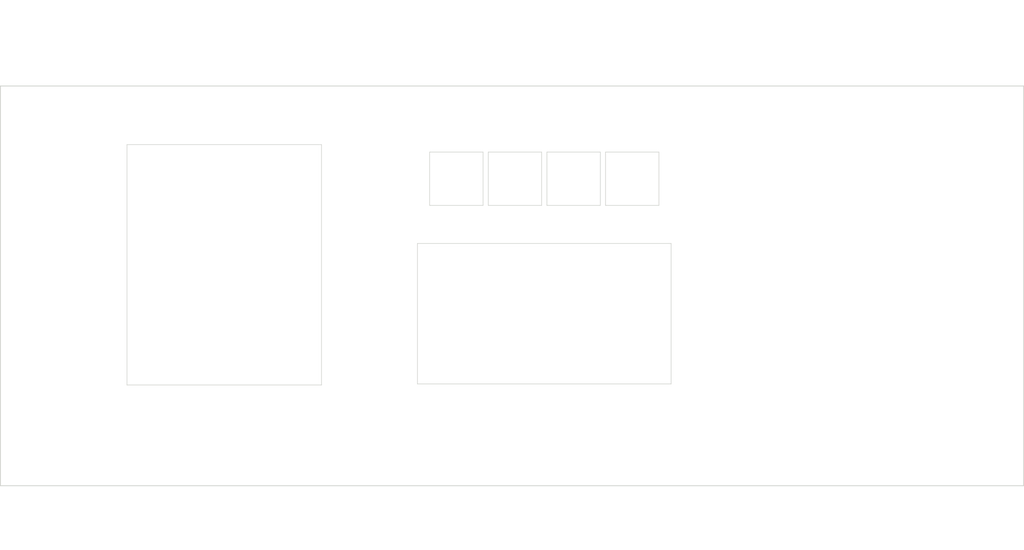
<source format=kicad_pcb>
(kicad_pcb (version 20171130) (host pcbnew "(5.1.2)-2")

  (general
    (thickness 1.6)
    (drawings 41)
    (tracks 0)
    (zones 0)
    (modules 13)
    (nets 1)
  )

  (page A4)
  (title_block
    (title "Control Module/Front Panel")
    (date 2019-04-24)
    (rev C)
    (comment 2 https://www.hammfg.com/files/parts/pdf/1458VG4.pdf)
    (comment 3 "Enclosure: Hammond 1458VG4")
    (comment 4 "STM32F103 control module for programmable current sink")
  )

  (layers
    (0 F.Cu signal)
    (31 B.Cu signal)
    (32 B.Adhes user)
    (33 F.Adhes user)
    (34 B.Paste user)
    (35 F.Paste user)
    (36 B.SilkS user)
    (37 F.SilkS user)
    (38 B.Mask user)
    (39 F.Mask user)
    (40 Dwgs.User user)
    (41 Cmts.User user)
    (42 Eco1.User user)
    (43 Eco2.User user)
    (44 Edge.Cuts user)
    (45 Margin user)
    (46 B.CrtYd user hide)
    (47 F.CrtYd user hide)
    (48 B.Fab user hide)
    (49 F.Fab user hide)
  )

  (setup
    (last_trace_width 0.25)
    (user_trace_width 0.4)
    (user_trace_width 0.5)
    (user_trace_width 0.65)
    (user_trace_width 0.7)
    (user_trace_width 1)
    (user_trace_width 2)
    (user_trace_width 3)
    (trace_clearance 0.2)
    (zone_clearance 0.508)
    (zone_45_only no)
    (trace_min 0.2)
    (via_size 0.8)
    (via_drill 0.4)
    (via_min_size 0.4)
    (via_min_drill 0.3)
    (user_via 0.4 0.3)
    (uvia_size 0.3)
    (uvia_drill 0.1)
    (uvias_allowed no)
    (uvia_min_size 0.2)
    (uvia_min_drill 0.1)
    (edge_width 0.15)
    (segment_width 0.2)
    (pcb_text_width 0.3)
    (pcb_text_size 1.5 1.5)
    (mod_edge_width 0.15)
    (mod_text_size 0.7 0.7)
    (mod_text_width 0.1)
    (pad_size 7.2 7.2)
    (pad_drill 7.2)
    (pad_to_mask_clearance 0.2)
    (aux_axis_origin 0 0)
    (visible_elements 7FFFFFFF)
    (pcbplotparams
      (layerselection 0x010fc_ffffffff)
      (usegerberextensions false)
      (usegerberattributes false)
      (usegerberadvancedattributes false)
      (creategerberjobfile false)
      (excludeedgelayer true)
      (linewidth 0.100000)
      (plotframeref false)
      (viasonmask false)
      (mode 1)
      (useauxorigin false)
      (hpglpennumber 1)
      (hpglpenspeed 20)
      (hpglpendiameter 15.000000)
      (psnegative false)
      (psa4output false)
      (plotreference true)
      (plotvalue true)
      (plotinvisibletext false)
      (padsonsilk false)
      (subtractmaskfromsilk false)
      (outputformat 1)
      (mirror false)
      (drillshape 0)
      (scaleselection 1)
      (outputdirectory "doc/GERBERS/"))
  )

  (net 0 "")

  (net_class Default "This is the default net class."
    (clearance 0.2)
    (trace_width 0.25)
    (via_dia 0.8)
    (via_drill 0.4)
    (uvia_dia 0.3)
    (uvia_drill 0.1)
  )

  (module MountingHole:MountingHole_5.3mm_M5_ISO14580 locked (layer F.Cu) (tedit 56D1B4CB) (tstamp 5D781496)
    (at 35.4965 129.4384)
    (descr "Mounting Hole 5.3mm, no annular, M5, ISO14580")
    (tags "mounting hole 5.3mm no annular m5 iso14580")
    (attr virtual)
    (fp_text reference REF** (at 0 -6) (layer F.SilkS) hide
      (effects (font (size 0.7 0.7) (thickness 0.1)))
    )
    (fp_text value MountingHole_5.3mm_M5_ISO14580 (at 0 6) (layer F.Fab)
      (effects (font (size 0.8 0.8) (thickness 0.15)))
    )
    (fp_circle (center 0 0) (end 4.5 0) (layer F.CrtYd) (width 0.05))
    (fp_circle (center 0 0) (end 4.25 0) (layer Cmts.User) (width 0.15))
    (fp_text user %R (at 0.3 0) (layer F.Fab)
      (effects (font (size 1 1) (thickness 0.15)))
    )
    (pad 1 np_thru_hole circle (at 0 0) (size 5.3 5.3) (drill 5.3) (layers *.Cu *.Mask))
  )

  (module MountingHole:MountingHole_5.3mm_M5_ISO14580 locked (layer F.Cu) (tedit 56D1B4CB) (tstamp 5CBFAC64)
    (at 35.4965 49.7332)
    (descr "Mounting Hole 5.3mm, no annular, M5, ISO14580")
    (tags "mounting hole 5.3mm no annular m5 iso14580")
    (attr virtual)
    (fp_text reference REF** (at 0 -6) (layer F.SilkS) hide
      (effects (font (size 0.7 0.7) (thickness 0.1)))
    )
    (fp_text value MountingHole_5.3mm_M5_ISO14580 (at 0 6) (layer F.Fab)
      (effects (font (size 0.8 0.8) (thickness 0.15)))
    )
    (fp_circle (center 0 0) (end 4.5 0) (layer F.CrtYd) (width 0.05))
    (fp_circle (center 0 0) (end 4.25 0) (layer Cmts.User) (width 0.15))
    (fp_text user %R (at 0.3 0) (layer F.Fab)
      (effects (font (size 1 1) (thickness 0.15)))
    )
    (pad 1 np_thru_hole circle (at 0 0) (size 5.3 5.3) (drill 5.3) (layers *.Cu *.Mask))
  )

  (module MountingHole:MountingHole_5.3mm_M5_ISO14580 locked (layer F.Cu) (tedit 56D1B4CB) (tstamp 5CBFACA3)
    (at 264.2108 49.7078)
    (descr "Mounting Hole 5.3mm, no annular, M5, ISO14580")
    (tags "mounting hole 5.3mm no annular m5 iso14580")
    (attr virtual)
    (fp_text reference REF** (at 0 -6) (layer F.SilkS) hide
      (effects (font (size 0.7 0.7) (thickness 0.1)))
    )
    (fp_text value MountingHole_5.3mm_M5_ISO14580 (at 0 6) (layer F.Fab)
      (effects (font (size 0.8 0.8) (thickness 0.15)))
    )
    (fp_circle (center 0 0) (end 4.5 0) (layer F.CrtYd) (width 0.05))
    (fp_circle (center 0 0) (end 4.25 0) (layer Cmts.User) (width 0.15))
    (fp_text user %R (at 0.3 0) (layer F.Fab)
      (effects (font (size 1 1) (thickness 0.15)))
    )
    (pad 1 np_thru_hole circle (at 0 0) (size 5.3 5.3) (drill 5.3) (layers *.Cu *.Mask))
  )

  (module MountingHole:MountingHole_5.3mm_M5_ISO14580 locked (layer F.Cu) (tedit 56D1B4CB) (tstamp 5CBFACBC)
    (at 264.2108 129.4384)
    (descr "Mounting Hole 5.3mm, no annular, M5, ISO14580")
    (tags "mounting hole 5.3mm no annular m5 iso14580")
    (attr virtual)
    (fp_text reference REF** (at 0 -6) (layer F.SilkS) hide
      (effects (font (size 0.7 0.7) (thickness 0.1)))
    )
    (fp_text value MountingHole_5.3mm_M5_ISO14580 (at 0 6) (layer F.Fab)
      (effects (font (size 0.8 0.8) (thickness 0.15)))
    )
    (fp_circle (center 0 0) (end 4.5 0) (layer F.CrtYd) (width 0.05))
    (fp_circle (center 0 0) (end 4.25 0) (layer Cmts.User) (width 0.15))
    (fp_text user %R (at 0.3 0) (layer F.Fab)
      (effects (font (size 1 1) (thickness 0.15)))
    )
    (pad 1 np_thru_hole circle (at 0 0) (size 5.3 5.3) (drill 5.3) (layers *.Cu *.Mask))
  )

  (module MountingHole:MountingHole_3.2mm_M3_DIN965 locked (layer F.Cu) (tedit 56D1B4CB) (tstamp 5D781349)
    (at 123.3805 113.6015)
    (descr "Mounting Hole 3.2mm, no annular, M3, DIN965")
    (tags "mounting hole 3.2mm no annular m3 din965")
    (attr virtual)
    (fp_text reference REF** (at 0 -3.8) (layer F.SilkS) hide
      (effects (font (size 1 1) (thickness 0.15)))
    )
    (fp_text value MountingHole_3.2mm_M3_DIN965 (at 0 3.8) (layer F.Fab)
      (effects (font (size 1 1) (thickness 0.15)))
    )
    (fp_circle (center 0 0) (end 3.05 0) (layer F.CrtYd) (width 0.05))
    (fp_circle (center 0 0) (end 2.8 0) (layer Cmts.User) (width 0.15))
    (fp_text user %R (at 0.3 0) (layer F.Fab)
      (effects (font (size 1 1) (thickness 0.15)))
    )
    (pad 1 np_thru_hole circle (at 0 0) (size 3.2 3.2) (drill 3.2) (layers *.Cu *.Mask))
  )

  (module MountingHole:MountingHole_3.2mm_M3_DIN965 locked (layer F.Cu) (tedit 56D1B4CB) (tstamp 5D78133B)
    (at 191.135 113.6015)
    (descr "Mounting Hole 3.2mm, no annular, M3, DIN965")
    (tags "mounting hole 3.2mm no annular m3 din965")
    (attr virtual)
    (fp_text reference REF** (at 0 -3.8) (layer F.SilkS) hide
      (effects (font (size 1 1) (thickness 0.15)))
    )
    (fp_text value MountingHole_3.2mm_M3_DIN965 (at 0 3.8) (layer F.Fab)
      (effects (font (size 1 1) (thickness 0.15)))
    )
    (fp_text user %R (at 0.3 0) (layer F.Fab)
      (effects (font (size 1 1) (thickness 0.15)))
    )
    (fp_circle (center 0 0) (end 2.8 0) (layer Cmts.User) (width 0.15))
    (fp_circle (center 0 0) (end 3.05 0) (layer F.CrtYd) (width 0.05))
    (pad 1 np_thru_hole circle (at 0 0) (size 3.2 3.2) (drill 3.2) (layers *.Cu *.Mask))
  )

  (module MountingHole:MountingHole_3.2mm_M3_DIN965 locked (layer F.Cu) (tedit 56D1B4CB) (tstamp 5D78132B)
    (at 123.3805 74.422)
    (descr "Mounting Hole 3.2mm, no annular, M3, DIN965")
    (tags "mounting hole 3.2mm no annular m3 din965")
    (attr virtual)
    (fp_text reference REF** (at 0 -3.8) (layer F.SilkS) hide
      (effects (font (size 1 1) (thickness 0.15)))
    )
    (fp_text value MountingHole_3.2mm_M3_DIN965 (at 0 3.8) (layer F.Fab)
      (effects (font (size 1 1) (thickness 0.15)))
    )
    (fp_text user %R (at 0.3 0) (layer F.Fab)
      (effects (font (size 1 1) (thickness 0.15)))
    )
    (fp_circle (center 0 0) (end 2.8 0) (layer Cmts.User) (width 0.15))
    (fp_circle (center 0 0) (end 3.05 0) (layer F.CrtYd) (width 0.05))
    (pad 1 np_thru_hole circle (at 0 0) (size 3.2 3.2) (drill 3.2) (layers *.Cu *.Mask))
  )

  (module MountingHole:MountingHole_3.2mm_M3_DIN965 locked (layer F.Cu) (tedit 56D1B4CB) (tstamp 5D781329)
    (at 191.135 74.422)
    (descr "Mounting Hole 3.2mm, no annular, M3, DIN965")
    (tags "mounting hole 3.2mm no annular m3 din965")
    (attr virtual)
    (fp_text reference REF** (at 0 -3.8) (layer F.SilkS) hide
      (effects (font (size 1 1) (thickness 0.15)))
    )
    (fp_text value MountingHole_3.2mm_M3_DIN965 (at 0 3.8) (layer F.Fab)
      (effects (font (size 1 1) (thickness 0.15)))
    )
    (fp_circle (center 0 0) (end 3.05 0) (layer F.CrtYd) (width 0.05))
    (fp_circle (center 0 0) (end 2.8 0) (layer Cmts.User) (width 0.15))
    (fp_text user %R (at 0.3 0) (layer F.Fab)
      (effects (font (size 1 1) (thickness 0.15)))
    )
    (pad 1 np_thru_hole circle (at 0 0) (size 3.2 3.2) (drill 3.2) (layers *.Cu *.Mask))
  )

  (module MountingHole:MountingHole_5.3mm_M5_ISO14580 locked (layer F.Cu) (tedit 56D1B4CB) (tstamp 5D781467)
    (at 149.86 129.413)
    (descr "Mounting Hole 5.3mm, no annular, M5, ISO14580")
    (tags "mounting hole 5.3mm no annular m5 iso14580")
    (attr virtual)
    (fp_text reference REF** (at 0 -6) (layer F.SilkS) hide
      (effects (font (size 0.7 0.7) (thickness 0.1)))
    )
    (fp_text value MountingHole_5.3mm_M5_ISO14580 (at 0 6) (layer F.Fab)
      (effects (font (size 0.8 0.8) (thickness 0.15)))
    )
    (fp_circle (center 0 0) (end 4.5 0) (layer F.CrtYd) (width 0.05))
    (fp_circle (center 0 0) (end 4.25 0) (layer Cmts.User) (width 0.15))
    (fp_text user %R (at 0.3 0) (layer F.Fab)
      (effects (font (size 1 1) (thickness 0.15)))
    )
    (pad 1 np_thru_hole circle (at 0 0) (size 5.3 5.3) (drill 5.3) (layers *.Cu *.Mask))
  )

  (module MountingHole:MountingHole_5.3mm_M5_ISO14580 locked (layer F.Cu) (tedit 56D1B4CB) (tstamp 5D781061)
    (at 149.606 49.657)
    (descr "Mounting Hole 5.3mm, no annular, M5, ISO14580")
    (tags "mounting hole 5.3mm no annular m5 iso14580")
    (attr virtual)
    (fp_text reference REF** (at 0 -6) (layer F.SilkS) hide
      (effects (font (size 0.7 0.7) (thickness 0.1)))
    )
    (fp_text value MountingHole_5.3mm_M5_ISO14580 (at 0 6) (layer F.Fab)
      (effects (font (size 0.8 0.8) (thickness 0.15)))
    )
    (fp_circle (center 0 0) (end 4.5 0) (layer F.CrtYd) (width 0.05))
    (fp_circle (center 0 0) (end 4.25 0) (layer Cmts.User) (width 0.15))
    (fp_text user %R (at 0.3 0) (layer F.Fab)
      (effects (font (size 1 1) (thickness 0.15)))
    )
    (pad 1 np_thru_hole circle (at 0 0) (size 5.3 5.3) (drill 5.3) (layers *.Cu *.Mask))
  )

  (module MountingHole:MountingHole_8.4mm_M8 (layer F.Cu) (tedit 5D77C8C7) (tstamp 5D7815E6)
    (at 240.03 110.109)
    (descr "Mounting Hole 8.4mm, no annular, M8")
    (tags "mounting hole 8.4mm no annular m8")
    (attr virtual)
    (fp_text reference REF** (at 0 -9.4) (layer F.SilkS) hide
      (effects (font (size 1 1) (thickness 0.15)))
    )
    (fp_text value MountingHole_8.4mm_M8 (at 0 9.4) (layer F.Fab)
      (effects (font (size 1 1) (thickness 0.15)))
    )
    (fp_circle (center 0 0) (end 8.65 0) (layer F.CrtYd) (width 0.05))
    (fp_circle (center 0 0) (end 8.4 0) (layer Cmts.User) (width 0.15))
    (fp_text user %R (at 0.3 0) (layer F.Fab)
      (effects (font (size 1 1) (thickness 0.15)))
    )
    (pad "" np_thru_hole circle (at 0 0) (size 7.2 7.2) (drill 7.2) (layers *.Cu *.Mask))
  )

  (module MountingHole:MountingHole_8.4mm_M8 (layer F.Cu) (tedit 5D77C8C2) (tstamp 5D7815D1)
    (at 240.03 90.043)
    (descr "Mounting Hole 8.4mm, no annular, M8")
    (tags "mounting hole 8.4mm no annular m8")
    (attr virtual)
    (fp_text reference REF** (at 0 -9.4) (layer F.SilkS) hide
      (effects (font (size 1 1) (thickness 0.15)))
    )
    (fp_text value MountingHole_8.4mm_M8 (at 0 9.4) (layer F.Fab)
      (effects (font (size 1 1) (thickness 0.15)))
    )
    (fp_text user %R (at 0.3 0) (layer F.Fab)
      (effects (font (size 1 1) (thickness 0.15)))
    )
    (fp_circle (center 0 0) (end 8.4 0) (layer Cmts.User) (width 0.15))
    (fp_circle (center 0 0) (end 8.65 0) (layer F.CrtYd) (width 0.05))
    (pad "" np_thru_hole circle (at 0 0) (size 7.2 7.2) (drill 7.2) (layers *.Cu *.Mask))
  )

  (module MountingHole:MountingHole_8.4mm_M8 (layer F.Cu) (tedit 5D77C8BD) (tstamp 5D7815BC)
    (at 240.03 69.723)
    (descr "Mounting Hole 8.4mm, no annular, M8")
    (tags "mounting hole 8.4mm no annular m8")
    (attr virtual)
    (fp_text reference REF** (at 0 -9.4) (layer F.SilkS) hide
      (effects (font (size 1 1) (thickness 0.15)))
    )
    (fp_text value MountingHole_8.4mm_M8 (at 0 9.4) (layer F.Fab)
      (effects (font (size 1 1) (thickness 0.15)))
    )
    (fp_circle (center 0 0) (end 8.65 0) (layer F.CrtYd) (width 0.05))
    (fp_circle (center 0 0) (end 8.4 0) (layer Cmts.User) (width 0.15))
    (fp_text user %R (at 0.3 0) (layer F.Fab)
      (effects (font (size 1 1) (thickness 0.15)))
    )
    (pad "" np_thru_hole circle (at 0 0) (size 7.2 7.2) (drill 7.2) (layers *.Cu *.Mask))
  )

  (gr_line (start 228.727 122.174) (end 228.727 57.785) (layer Dwgs.User) (width 0.15))
  (gr_line (start 271.78 122.174) (end 228.727 122.174) (layer Dwgs.User) (width 0.15))
  (gr_line (start 271.78 57.785) (end 228.727 57.785) (layer Dwgs.User) (width 0.15))
  (gr_line (start 156.9212 70.358) (end 144.1958 70.358) (layer Edge.Cuts) (width 0.15) (tstamp 5D780916))
  (gr_line (start 144.1958 70.358) (end 144.1958 57.658) (layer Edge.Cuts) (width 0.15) (tstamp 5D780913))
  (gr_line (start 144.1958 57.658) (end 156.9212 57.658) (layer Edge.Cuts) (width 0.15) (tstamp 5D780915))
  (gr_line (start 156.9212 57.658) (end 156.9212 70.358) (layer Edge.Cuts) (width 0.15) (tstamp 5D780911))
  (gr_line (start 142.9512 57.658) (end 142.9512 70.358) (layer Edge.Cuts) (width 0.15))
  (gr_line (start 130.2258 70.358) (end 130.2258 57.658) (layer Edge.Cuts) (width 0.15))
  (gr_line (start 130.2258 57.658) (end 142.9512 57.658) (layer Edge.Cuts) (width 0.15))
  (gr_line (start 142.9512 70.358) (end 130.2258 70.358) (layer Edge.Cuts) (width 0.15))
  (gr_line (start 158.1658 57.658) (end 170.8912 57.658) (layer Edge.Cuts) (width 0.15) (tstamp 5D780925))
  (gr_line (start 172.1358 70.358) (end 172.1358 57.658) (layer Edge.Cuts) (width 0.15) (tstamp 5D780931))
  (gr_line (start 170.8912 57.658) (end 170.8912 70.358) (layer Edge.Cuts) (width 0.15) (tstamp 5D780921))
  (gr_line (start 170.8912 70.358) (end 158.1658 70.358) (layer Edge.Cuts) (width 0.15) (tstamp 5D780926))
  (gr_line (start 172.1358 57.658) (end 184.8612 57.658) (layer Edge.Cuts) (width 0.15) (tstamp 5D78092D))
  (gr_line (start 184.8612 57.658) (end 184.8612 70.358) (layer Edge.Cuts) (width 0.15) (tstamp 5D78092E))
  (gr_line (start 184.8612 70.358) (end 172.1358 70.358) (layer Edge.Cuts) (width 0.15) (tstamp 5D78092F))
  (gr_line (start 158.1658 70.358) (end 158.1658 57.658) (layer Edge.Cuts) (width 0.15) (tstamp 5D780923))
  (gr_line (start 187.7695 79.4385) (end 187.7695 112.903) (layer Edge.Cuts) (width 0.15))
  (gr_line (start 127.3175 79.4385) (end 187.7695 79.4385) (layer Edge.Cuts) (width 0.15))
  (gr_line (start 127.3175 112.903) (end 127.3175 79.4385) (layer Edge.Cuts) (width 0.15))
  (gr_line (start 187.7695 112.903) (end 127.3175 112.903) (layer Edge.Cuts) (width 0.15))
  (gr_line (start 72.3646 61.3156) (end 72.3646 58.674) (layer Dwgs.User) (width 0.15) (tstamp 5D77B289))
  (gr_line (start 104.4575 113.157) (end 104.4575 55.88) (layer Edge.Cuts) (width 0.15) (tstamp 5D77AE59))
  (gr_line (start 90.2462 61.3156) (end 72.3646 61.3156) (layer Dwgs.User) (width 0.15))
  (gr_line (start 58.1025 113.157) (end 104.4575 113.157) (layer Edge.Cuts) (width 0.15) (tstamp 5D77ADFB))
  (gr_line (start 72.3646 58.674) (end 90.2462 58.674) (layer Dwgs.User) (width 0.15))
  (gr_line (start 58.1025 55.88) (end 104.4575 55.88) (layer Edge.Cuts) (width 0.15) (tstamp 5D77ADD2))
  (gr_line (start 58.1025 113.157) (end 58.1025 55.88) (layer Edge.Cuts) (width 0.15))
  (gr_line (start 58.166 59.944) (end 104.394 59.944) (layer Dwgs.User) (width 0.15))
  (gr_line (start 81.3054 61.7982) (end 81.3054 57.023) (layer Dwgs.User) (width 0.15))
  (gr_line (start 90.2462 58.674) (end 90.2462 61.3156) (layer Dwgs.User) (width 0.15))
  (gr_line (start 259.08 149.86) (end 259.08 26.0096) (layer Dwgs.User) (width 0.2) (tstamp 5CBFB149))
  (gr_line (start 40.64 152.4) (end 40.513 21.7424) (layer Dwgs.User) (width 0.2) (tstamp 5D0C2850))
  (gr_line (start 35.5092 152.1714) (end 35.3822 21.5138) (layer Dwgs.User) (width 0.2) (tstamp 5D0C284D))
  (gr_line (start 264.2362 149.987) (end 264.2362 26.1366) (layer Dwgs.User) (width 0.2))
  (gr_line (start 271.78 41.91) (end 27.94 41.91) (layer Edge.Cuts) (width 0.2) (tstamp 5CBFAADC))
  (gr_line (start 271.78 137.16) (end 271.78 41.91) (layer Edge.Cuts) (width 0.2) (tstamp 5CB5FF5F))
  (gr_line (start 27.94 137.16) (end 271.78 137.16) (layer Edge.Cuts) (width 0.2) (tstamp 5CBFAA08))
  (gr_line (start 27.94 41.91) (end 27.94 137.16) (layer Edge.Cuts) (width 0.2) (tstamp 5CB600F1))

)

</source>
